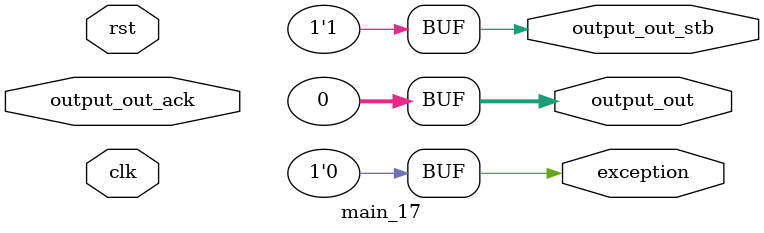
<source format=v>
module main_17 (output_out_ack,clk,rst,output_out,output_out_stb,exception);
  input output_out_ack;
  input clk;
  input rst;
  output [31:0] output_out;
  output output_out_stb;
  output exception;

  assign output_out = 0;
  assign output_out_stb = 1;
  assign exception = 0;
endmodule
</source>
